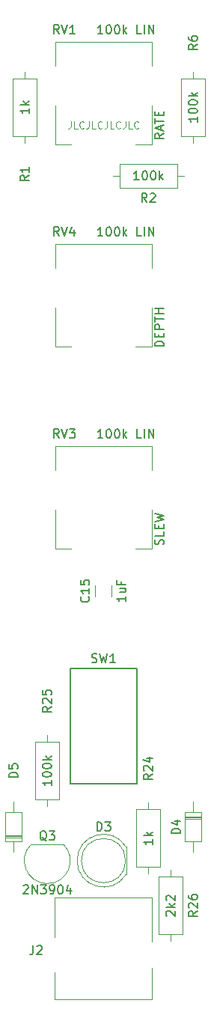
<source format=gbr>
%TF.GenerationSoftware,KiCad,Pcbnew,(6.0.5)*%
%TF.CreationDate,2023-02-15T12:36:22-05:00*%
%TF.ProjectId,wow_and_flutter,776f775f-616e-4645-9f66-6c7574746572,rev?*%
%TF.SameCoordinates,Original*%
%TF.FileFunction,Legend,Top*%
%TF.FilePolarity,Positive*%
%FSLAX46Y46*%
G04 Gerber Fmt 4.6, Leading zero omitted, Abs format (unit mm)*
G04 Created by KiCad (PCBNEW (6.0.5)) date 2023-02-15 12:36:22*
%MOMM*%
%LPD*%
G01*
G04 APERTURE LIST*
%ADD10C,0.120000*%
%ADD11C,0.150000*%
G04 APERTURE END LIST*
D10*
X136004761Y-44646904D02*
X136004761Y-45218333D01*
X135966666Y-45332619D01*
X135890476Y-45408809D01*
X135776190Y-45446904D01*
X135700000Y-45446904D01*
X136766666Y-45446904D02*
X136385714Y-45446904D01*
X136385714Y-44646904D01*
X137490476Y-45370714D02*
X137452380Y-45408809D01*
X137338095Y-45446904D01*
X137261904Y-45446904D01*
X137147619Y-45408809D01*
X137071428Y-45332619D01*
X137033333Y-45256428D01*
X136995238Y-45104047D01*
X136995238Y-44989761D01*
X137033333Y-44837380D01*
X137071428Y-44761190D01*
X137147619Y-44685000D01*
X137261904Y-44646904D01*
X137338095Y-44646904D01*
X137452380Y-44685000D01*
X137490476Y-44723095D01*
X138061904Y-44646904D02*
X138061904Y-45218333D01*
X138023809Y-45332619D01*
X137947619Y-45408809D01*
X137833333Y-45446904D01*
X137757142Y-45446904D01*
X138823809Y-45446904D02*
X138442857Y-45446904D01*
X138442857Y-44646904D01*
X139547619Y-45370714D02*
X139509523Y-45408809D01*
X139395238Y-45446904D01*
X139319047Y-45446904D01*
X139204761Y-45408809D01*
X139128571Y-45332619D01*
X139090476Y-45256428D01*
X139052380Y-45104047D01*
X139052380Y-44989761D01*
X139090476Y-44837380D01*
X139128571Y-44761190D01*
X139204761Y-44685000D01*
X139319047Y-44646904D01*
X139395238Y-44646904D01*
X139509523Y-44685000D01*
X139547619Y-44723095D01*
X140119047Y-44646904D02*
X140119047Y-45218333D01*
X140080952Y-45332619D01*
X140004761Y-45408809D01*
X139890476Y-45446904D01*
X139814285Y-45446904D01*
X140880952Y-45446904D02*
X140500000Y-45446904D01*
X140500000Y-44646904D01*
X141604761Y-45370714D02*
X141566666Y-45408809D01*
X141452380Y-45446904D01*
X141376190Y-45446904D01*
X141261904Y-45408809D01*
X141185714Y-45332619D01*
X141147619Y-45256428D01*
X141109523Y-45104047D01*
X141109523Y-44989761D01*
X141147619Y-44837380D01*
X141185714Y-44761190D01*
X141261904Y-44685000D01*
X141376190Y-44646904D01*
X141452380Y-44646904D01*
X141566666Y-44685000D01*
X141604761Y-44723095D01*
X142176190Y-44646904D02*
X142176190Y-45218333D01*
X142138095Y-45332619D01*
X142061904Y-45408809D01*
X141947619Y-45446904D01*
X141871428Y-45446904D01*
X142938095Y-45446904D02*
X142557142Y-45446904D01*
X142557142Y-44646904D01*
X143661904Y-45370714D02*
X143623809Y-45408809D01*
X143509523Y-45446904D01*
X143433333Y-45446904D01*
X143319047Y-45408809D01*
X143242857Y-45332619D01*
X143204761Y-45256428D01*
X143166666Y-45104047D01*
X143166666Y-44989761D01*
X143204761Y-44837380D01*
X143242857Y-44761190D01*
X143319047Y-44685000D01*
X143433333Y-44646904D01*
X143509523Y-44646904D01*
X143623809Y-44685000D01*
X143661904Y-44723095D01*
D11*
%TO.C,Q3*%
X133254761Y-126023619D02*
X133159523Y-125976000D01*
X133064285Y-125880761D01*
X132921428Y-125737904D01*
X132826190Y-125690285D01*
X132730952Y-125690285D01*
X132778571Y-125928380D02*
X132683333Y-125880761D01*
X132588095Y-125785523D01*
X132540476Y-125595047D01*
X132540476Y-125261714D01*
X132588095Y-125071238D01*
X132683333Y-124976000D01*
X132778571Y-124928380D01*
X132969047Y-124928380D01*
X133064285Y-124976000D01*
X133159523Y-125071238D01*
X133207142Y-125261714D01*
X133207142Y-125595047D01*
X133159523Y-125785523D01*
X133064285Y-125880761D01*
X132969047Y-125928380D01*
X132778571Y-125928380D01*
X133540476Y-124928380D02*
X134159523Y-124928380D01*
X133826190Y-125309333D01*
X133969047Y-125309333D01*
X134064285Y-125356952D01*
X134111904Y-125404571D01*
X134159523Y-125499809D01*
X134159523Y-125737904D01*
X134111904Y-125833142D01*
X134064285Y-125880761D01*
X133969047Y-125928380D01*
X133683333Y-125928380D01*
X133588095Y-125880761D01*
X133540476Y-125833142D01*
X130635714Y-131119619D02*
X130683333Y-131072000D01*
X130778571Y-131024380D01*
X131016666Y-131024380D01*
X131111904Y-131072000D01*
X131159523Y-131119619D01*
X131207142Y-131214857D01*
X131207142Y-131310095D01*
X131159523Y-131452952D01*
X130588095Y-132024380D01*
X131207142Y-132024380D01*
X131635714Y-132024380D02*
X131635714Y-131024380D01*
X132207142Y-132024380D01*
X132207142Y-131024380D01*
X132588095Y-131024380D02*
X133207142Y-131024380D01*
X132873809Y-131405333D01*
X133016666Y-131405333D01*
X133111904Y-131452952D01*
X133159523Y-131500571D01*
X133207142Y-131595809D01*
X133207142Y-131833904D01*
X133159523Y-131929142D01*
X133111904Y-131976761D01*
X133016666Y-132024380D01*
X132730952Y-132024380D01*
X132635714Y-131976761D01*
X132588095Y-131929142D01*
X133683333Y-132024380D02*
X133873809Y-132024380D01*
X133969047Y-131976761D01*
X134016666Y-131929142D01*
X134111904Y-131786285D01*
X134159523Y-131595809D01*
X134159523Y-131214857D01*
X134111904Y-131119619D01*
X134064285Y-131072000D01*
X133969047Y-131024380D01*
X133778571Y-131024380D01*
X133683333Y-131072000D01*
X133635714Y-131119619D01*
X133588095Y-131214857D01*
X133588095Y-131452952D01*
X133635714Y-131548190D01*
X133683333Y-131595809D01*
X133778571Y-131643428D01*
X133969047Y-131643428D01*
X134064285Y-131595809D01*
X134111904Y-131548190D01*
X134159523Y-131452952D01*
X134778571Y-131024380D02*
X134873809Y-131024380D01*
X134969047Y-131072000D01*
X135016666Y-131119619D01*
X135064285Y-131214857D01*
X135111904Y-131405333D01*
X135111904Y-131643428D01*
X135064285Y-131833904D01*
X135016666Y-131929142D01*
X134969047Y-131976761D01*
X134873809Y-132024380D01*
X134778571Y-132024380D01*
X134683333Y-131976761D01*
X134635714Y-131929142D01*
X134588095Y-131833904D01*
X134540476Y-131643428D01*
X134540476Y-131405333D01*
X134588095Y-131214857D01*
X134635714Y-131119619D01*
X134683333Y-131072000D01*
X134778571Y-131024380D01*
X135969047Y-131357714D02*
X135969047Y-132024380D01*
X135730952Y-130976761D02*
X135492857Y-131691047D01*
X136111904Y-131691047D01*
%TO.C,R1*%
X131262380Y-50770357D02*
X130786190Y-51103690D01*
X131262380Y-51341785D02*
X130262380Y-51341785D01*
X130262380Y-50960833D01*
X130310000Y-50865595D01*
X130357619Y-50817976D01*
X130452857Y-50770357D01*
X130595714Y-50770357D01*
X130690952Y-50817976D01*
X130738571Y-50865595D01*
X130786190Y-50960833D01*
X130786190Y-51341785D01*
X131262380Y-49817976D02*
X131262380Y-50389404D01*
X131262380Y-50103690D02*
X130262380Y-50103690D01*
X130405238Y-50198928D01*
X130500476Y-50294166D01*
X130548095Y-50389404D01*
X131262380Y-43179047D02*
X131262380Y-43750476D01*
X131262380Y-43464761D02*
X130262380Y-43464761D01*
X130405238Y-43560000D01*
X130500476Y-43655238D01*
X130548095Y-43750476D01*
X131262380Y-42750476D02*
X130262380Y-42750476D01*
X130881428Y-42655238D02*
X131262380Y-42369523D01*
X130595714Y-42369523D02*
X130976666Y-42750476D01*
%TO.C,R6*%
X150312380Y-35922976D02*
X149836190Y-36256309D01*
X150312380Y-36494404D02*
X149312380Y-36494404D01*
X149312380Y-36113452D01*
X149360000Y-36018214D01*
X149407619Y-35970595D01*
X149502857Y-35922976D01*
X149645714Y-35922976D01*
X149740952Y-35970595D01*
X149788571Y-36018214D01*
X149836190Y-36113452D01*
X149836190Y-36494404D01*
X149312380Y-35065833D02*
X149312380Y-35256309D01*
X149360000Y-35351547D01*
X149407619Y-35399166D01*
X149550476Y-35494404D01*
X149740952Y-35542023D01*
X150121904Y-35542023D01*
X150217142Y-35494404D01*
X150264761Y-35446785D01*
X150312380Y-35351547D01*
X150312380Y-35161071D01*
X150264761Y-35065833D01*
X150217142Y-35018214D01*
X150121904Y-34970595D01*
X149883809Y-34970595D01*
X149788571Y-35018214D01*
X149740952Y-35065833D01*
X149693333Y-35161071D01*
X149693333Y-35351547D01*
X149740952Y-35446785D01*
X149788571Y-35494404D01*
X149883809Y-35542023D01*
X150312380Y-44131428D02*
X150312380Y-44702857D01*
X150312380Y-44417142D02*
X149312380Y-44417142D01*
X149455238Y-44512380D01*
X149550476Y-44607619D01*
X149598095Y-44702857D01*
X149312380Y-43512380D02*
X149312380Y-43417142D01*
X149360000Y-43321904D01*
X149407619Y-43274285D01*
X149502857Y-43226666D01*
X149693333Y-43179047D01*
X149931428Y-43179047D01*
X150121904Y-43226666D01*
X150217142Y-43274285D01*
X150264761Y-43321904D01*
X150312380Y-43417142D01*
X150312380Y-43512380D01*
X150264761Y-43607619D01*
X150217142Y-43655238D01*
X150121904Y-43702857D01*
X149931428Y-43750476D01*
X149693333Y-43750476D01*
X149502857Y-43702857D01*
X149407619Y-43655238D01*
X149360000Y-43607619D01*
X149312380Y-43512380D01*
X149312380Y-42560000D02*
X149312380Y-42464761D01*
X149360000Y-42369523D01*
X149407619Y-42321904D01*
X149502857Y-42274285D01*
X149693333Y-42226666D01*
X149931428Y-42226666D01*
X150121904Y-42274285D01*
X150217142Y-42321904D01*
X150264761Y-42369523D01*
X150312380Y-42464761D01*
X150312380Y-42560000D01*
X150264761Y-42655238D01*
X150217142Y-42702857D01*
X150121904Y-42750476D01*
X149931428Y-42798095D01*
X149693333Y-42798095D01*
X149502857Y-42750476D01*
X149407619Y-42702857D01*
X149360000Y-42655238D01*
X149312380Y-42560000D01*
X150312380Y-41798095D02*
X149312380Y-41798095D01*
X149931428Y-41702857D02*
X150312380Y-41417142D01*
X149645714Y-41417142D02*
X150026666Y-41798095D01*
%TO.C,RV3*%
X134659761Y-80462380D02*
X134326428Y-79986190D01*
X134088333Y-80462380D02*
X134088333Y-79462380D01*
X134469285Y-79462380D01*
X134564523Y-79510000D01*
X134612142Y-79557619D01*
X134659761Y-79652857D01*
X134659761Y-79795714D01*
X134612142Y-79890952D01*
X134564523Y-79938571D01*
X134469285Y-79986190D01*
X134088333Y-79986190D01*
X134945476Y-79462380D02*
X135278809Y-80462380D01*
X135612142Y-79462380D01*
X135850238Y-79462380D02*
X136469285Y-79462380D01*
X136135952Y-79843333D01*
X136278809Y-79843333D01*
X136374047Y-79890952D01*
X136421666Y-79938571D01*
X136469285Y-80033809D01*
X136469285Y-80271904D01*
X136421666Y-80367142D01*
X136374047Y-80414761D01*
X136278809Y-80462380D01*
X135993095Y-80462380D01*
X135897857Y-80414761D01*
X135850238Y-80367142D01*
X139620952Y-80462380D02*
X139049523Y-80462380D01*
X139335238Y-80462380D02*
X139335238Y-79462380D01*
X139240000Y-79605238D01*
X139144761Y-79700476D01*
X139049523Y-79748095D01*
X140240000Y-79462380D02*
X140335238Y-79462380D01*
X140430476Y-79510000D01*
X140478095Y-79557619D01*
X140525714Y-79652857D01*
X140573333Y-79843333D01*
X140573333Y-80081428D01*
X140525714Y-80271904D01*
X140478095Y-80367142D01*
X140430476Y-80414761D01*
X140335238Y-80462380D01*
X140240000Y-80462380D01*
X140144761Y-80414761D01*
X140097142Y-80367142D01*
X140049523Y-80271904D01*
X140001904Y-80081428D01*
X140001904Y-79843333D01*
X140049523Y-79652857D01*
X140097142Y-79557619D01*
X140144761Y-79510000D01*
X140240000Y-79462380D01*
X141192380Y-79462380D02*
X141287619Y-79462380D01*
X141382857Y-79510000D01*
X141430476Y-79557619D01*
X141478095Y-79652857D01*
X141525714Y-79843333D01*
X141525714Y-80081428D01*
X141478095Y-80271904D01*
X141430476Y-80367142D01*
X141382857Y-80414761D01*
X141287619Y-80462380D01*
X141192380Y-80462380D01*
X141097142Y-80414761D01*
X141049523Y-80367142D01*
X141001904Y-80271904D01*
X140954285Y-80081428D01*
X140954285Y-79843333D01*
X141001904Y-79652857D01*
X141049523Y-79557619D01*
X141097142Y-79510000D01*
X141192380Y-79462380D01*
X141954285Y-80462380D02*
X141954285Y-79462380D01*
X142049523Y-80081428D02*
X142335238Y-80462380D01*
X142335238Y-79795714D02*
X141954285Y-80176666D01*
X144001904Y-80462380D02*
X143525714Y-80462380D01*
X143525714Y-79462380D01*
X144335238Y-80462380D02*
X144335238Y-79462380D01*
X144811428Y-80462380D02*
X144811428Y-79462380D01*
X145382857Y-80462380D01*
X145382857Y-79462380D01*
X146454761Y-92519285D02*
X146502380Y-92376428D01*
X146502380Y-92138333D01*
X146454761Y-92043095D01*
X146407142Y-91995476D01*
X146311904Y-91947857D01*
X146216666Y-91947857D01*
X146121428Y-91995476D01*
X146073809Y-92043095D01*
X146026190Y-92138333D01*
X145978571Y-92328809D01*
X145930952Y-92424047D01*
X145883333Y-92471666D01*
X145788095Y-92519285D01*
X145692857Y-92519285D01*
X145597619Y-92471666D01*
X145550000Y-92424047D01*
X145502380Y-92328809D01*
X145502380Y-92090714D01*
X145550000Y-91947857D01*
X146502380Y-91043095D02*
X146502380Y-91519285D01*
X145502380Y-91519285D01*
X145978571Y-90709761D02*
X145978571Y-90376428D01*
X146502380Y-90233571D02*
X146502380Y-90709761D01*
X145502380Y-90709761D01*
X145502380Y-90233571D01*
X145502380Y-89900238D02*
X146502380Y-89662142D01*
X145788095Y-89471666D01*
X146502380Y-89281190D01*
X145502380Y-89043095D01*
%TO.C,R26*%
X150312380Y-133992857D02*
X149836190Y-134326190D01*
X150312380Y-134564285D02*
X149312380Y-134564285D01*
X149312380Y-134183333D01*
X149360000Y-134088095D01*
X149407619Y-134040476D01*
X149502857Y-133992857D01*
X149645714Y-133992857D01*
X149740952Y-134040476D01*
X149788571Y-134088095D01*
X149836190Y-134183333D01*
X149836190Y-134564285D01*
X149407619Y-133611904D02*
X149360000Y-133564285D01*
X149312380Y-133469047D01*
X149312380Y-133230952D01*
X149360000Y-133135714D01*
X149407619Y-133088095D01*
X149502857Y-133040476D01*
X149598095Y-133040476D01*
X149740952Y-133088095D01*
X150312380Y-133659523D01*
X150312380Y-133040476D01*
X149312380Y-132183333D02*
X149312380Y-132373809D01*
X149360000Y-132469047D01*
X149407619Y-132516666D01*
X149550476Y-132611904D01*
X149740952Y-132659523D01*
X150121904Y-132659523D01*
X150217142Y-132611904D01*
X150264761Y-132564285D01*
X150312380Y-132469047D01*
X150312380Y-132278571D01*
X150264761Y-132183333D01*
X150217142Y-132135714D01*
X150121904Y-132088095D01*
X149883809Y-132088095D01*
X149788571Y-132135714D01*
X149740952Y-132183333D01*
X149693333Y-132278571D01*
X149693333Y-132469047D01*
X149740952Y-132564285D01*
X149788571Y-132611904D01*
X149883809Y-132659523D01*
X146867619Y-134516666D02*
X146820000Y-134469047D01*
X146772380Y-134373809D01*
X146772380Y-134135714D01*
X146820000Y-134040476D01*
X146867619Y-133992857D01*
X146962857Y-133945238D01*
X147058095Y-133945238D01*
X147200952Y-133992857D01*
X147772380Y-134564285D01*
X147772380Y-133945238D01*
X147772380Y-133516666D02*
X146772380Y-133516666D01*
X147391428Y-133421428D02*
X147772380Y-133135714D01*
X147105714Y-133135714D02*
X147486666Y-133516666D01*
X146867619Y-132754761D02*
X146820000Y-132707142D01*
X146772380Y-132611904D01*
X146772380Y-132373809D01*
X146820000Y-132278571D01*
X146867619Y-132230952D01*
X146962857Y-132183333D01*
X147058095Y-132183333D01*
X147200952Y-132230952D01*
X147772380Y-132802380D01*
X147772380Y-132183333D01*
%TO.C,C15*%
X138007142Y-98412857D02*
X138054761Y-98460476D01*
X138102380Y-98603333D01*
X138102380Y-98698571D01*
X138054761Y-98841428D01*
X137959523Y-98936666D01*
X137864285Y-98984285D01*
X137673809Y-99031904D01*
X137530952Y-99031904D01*
X137340476Y-98984285D01*
X137245238Y-98936666D01*
X137150000Y-98841428D01*
X137102380Y-98698571D01*
X137102380Y-98603333D01*
X137150000Y-98460476D01*
X137197619Y-98412857D01*
X138102380Y-97460476D02*
X138102380Y-98031904D01*
X138102380Y-97746190D02*
X137102380Y-97746190D01*
X137245238Y-97841428D01*
X137340476Y-97936666D01*
X137388095Y-98031904D01*
X137102380Y-96555714D02*
X137102380Y-97031904D01*
X137578571Y-97079523D01*
X137530952Y-97031904D01*
X137483333Y-96936666D01*
X137483333Y-96698571D01*
X137530952Y-96603333D01*
X137578571Y-96555714D01*
X137673809Y-96508095D01*
X137911904Y-96508095D01*
X138007142Y-96555714D01*
X138054761Y-96603333D01*
X138102380Y-96698571D01*
X138102380Y-96936666D01*
X138054761Y-97031904D01*
X138007142Y-97079523D01*
X142202380Y-98365238D02*
X142202380Y-98936666D01*
X142202380Y-98650952D02*
X141202380Y-98650952D01*
X141345238Y-98746190D01*
X141440476Y-98841428D01*
X141488095Y-98936666D01*
X141535714Y-97508095D02*
X142202380Y-97508095D01*
X141535714Y-97936666D02*
X142059523Y-97936666D01*
X142154761Y-97889047D01*
X142202380Y-97793809D01*
X142202380Y-97650952D01*
X142154761Y-97555714D01*
X142107142Y-97508095D01*
X141678571Y-96698571D02*
X141678571Y-97031904D01*
X142202380Y-97031904D02*
X141202380Y-97031904D01*
X141202380Y-96555714D01*
%TO.C,RV4*%
X134659761Y-57602380D02*
X134326428Y-57126190D01*
X134088333Y-57602380D02*
X134088333Y-56602380D01*
X134469285Y-56602380D01*
X134564523Y-56650000D01*
X134612142Y-56697619D01*
X134659761Y-56792857D01*
X134659761Y-56935714D01*
X134612142Y-57030952D01*
X134564523Y-57078571D01*
X134469285Y-57126190D01*
X134088333Y-57126190D01*
X134945476Y-56602380D02*
X135278809Y-57602380D01*
X135612142Y-56602380D01*
X136374047Y-56935714D02*
X136374047Y-57602380D01*
X136135952Y-56554761D02*
X135897857Y-57269047D01*
X136516904Y-57269047D01*
X139620952Y-57602380D02*
X139049523Y-57602380D01*
X139335238Y-57602380D02*
X139335238Y-56602380D01*
X139240000Y-56745238D01*
X139144761Y-56840476D01*
X139049523Y-56888095D01*
X140240000Y-56602380D02*
X140335238Y-56602380D01*
X140430476Y-56650000D01*
X140478095Y-56697619D01*
X140525714Y-56792857D01*
X140573333Y-56983333D01*
X140573333Y-57221428D01*
X140525714Y-57411904D01*
X140478095Y-57507142D01*
X140430476Y-57554761D01*
X140335238Y-57602380D01*
X140240000Y-57602380D01*
X140144761Y-57554761D01*
X140097142Y-57507142D01*
X140049523Y-57411904D01*
X140001904Y-57221428D01*
X140001904Y-56983333D01*
X140049523Y-56792857D01*
X140097142Y-56697619D01*
X140144761Y-56650000D01*
X140240000Y-56602380D01*
X141192380Y-56602380D02*
X141287619Y-56602380D01*
X141382857Y-56650000D01*
X141430476Y-56697619D01*
X141478095Y-56792857D01*
X141525714Y-56983333D01*
X141525714Y-57221428D01*
X141478095Y-57411904D01*
X141430476Y-57507142D01*
X141382857Y-57554761D01*
X141287619Y-57602380D01*
X141192380Y-57602380D01*
X141097142Y-57554761D01*
X141049523Y-57507142D01*
X141001904Y-57411904D01*
X140954285Y-57221428D01*
X140954285Y-56983333D01*
X141001904Y-56792857D01*
X141049523Y-56697619D01*
X141097142Y-56650000D01*
X141192380Y-56602380D01*
X141954285Y-57602380D02*
X141954285Y-56602380D01*
X142049523Y-57221428D02*
X142335238Y-57602380D01*
X142335238Y-56935714D02*
X141954285Y-57316666D01*
X144001904Y-57602380D02*
X143525714Y-57602380D01*
X143525714Y-56602380D01*
X144335238Y-57602380D02*
X144335238Y-56602380D01*
X144811428Y-57602380D02*
X144811428Y-56602380D01*
X145382857Y-57602380D01*
X145382857Y-56602380D01*
X146502380Y-70064047D02*
X145502380Y-70064047D01*
X145502380Y-69825952D01*
X145550000Y-69683095D01*
X145645238Y-69587857D01*
X145740476Y-69540238D01*
X145930952Y-69492619D01*
X146073809Y-69492619D01*
X146264285Y-69540238D01*
X146359523Y-69587857D01*
X146454761Y-69683095D01*
X146502380Y-69825952D01*
X146502380Y-70064047D01*
X145978571Y-69064047D02*
X145978571Y-68730714D01*
X146502380Y-68587857D02*
X146502380Y-69064047D01*
X145502380Y-69064047D01*
X145502380Y-68587857D01*
X146502380Y-68159285D02*
X145502380Y-68159285D01*
X145502380Y-67778333D01*
X145550000Y-67683095D01*
X145597619Y-67635476D01*
X145692857Y-67587857D01*
X145835714Y-67587857D01*
X145930952Y-67635476D01*
X145978571Y-67683095D01*
X146026190Y-67778333D01*
X146026190Y-68159285D01*
X145502380Y-67302142D02*
X145502380Y-66730714D01*
X146502380Y-67016428D02*
X145502380Y-67016428D01*
X146502380Y-66397380D02*
X145502380Y-66397380D01*
X145978571Y-66397380D02*
X145978571Y-65825952D01*
X146502380Y-65825952D02*
X145502380Y-65825952D01*
%TO.C,R25*%
X133802380Y-110852976D02*
X133326190Y-111186309D01*
X133802380Y-111424404D02*
X132802380Y-111424404D01*
X132802380Y-111043452D01*
X132850000Y-110948214D01*
X132897619Y-110900595D01*
X132992857Y-110852976D01*
X133135714Y-110852976D01*
X133230952Y-110900595D01*
X133278571Y-110948214D01*
X133326190Y-111043452D01*
X133326190Y-111424404D01*
X132897619Y-110472023D02*
X132850000Y-110424404D01*
X132802380Y-110329166D01*
X132802380Y-110091071D01*
X132850000Y-109995833D01*
X132897619Y-109948214D01*
X132992857Y-109900595D01*
X133088095Y-109900595D01*
X133230952Y-109948214D01*
X133802380Y-110519642D01*
X133802380Y-109900595D01*
X132802380Y-108995833D02*
X132802380Y-109472023D01*
X133278571Y-109519642D01*
X133230952Y-109472023D01*
X133183333Y-109376785D01*
X133183333Y-109138690D01*
X133230952Y-109043452D01*
X133278571Y-108995833D01*
X133373809Y-108948214D01*
X133611904Y-108948214D01*
X133707142Y-108995833D01*
X133754761Y-109043452D01*
X133802380Y-109138690D01*
X133802380Y-109376785D01*
X133754761Y-109472023D01*
X133707142Y-109519642D01*
X133802380Y-119181428D02*
X133802380Y-119752857D01*
X133802380Y-119467142D02*
X132802380Y-119467142D01*
X132945238Y-119562380D01*
X133040476Y-119657619D01*
X133088095Y-119752857D01*
X132802380Y-118562380D02*
X132802380Y-118467142D01*
X132850000Y-118371904D01*
X132897619Y-118324285D01*
X132992857Y-118276666D01*
X133183333Y-118229047D01*
X133421428Y-118229047D01*
X133611904Y-118276666D01*
X133707142Y-118324285D01*
X133754761Y-118371904D01*
X133802380Y-118467142D01*
X133802380Y-118562380D01*
X133754761Y-118657619D01*
X133707142Y-118705238D01*
X133611904Y-118752857D01*
X133421428Y-118800476D01*
X133183333Y-118800476D01*
X132992857Y-118752857D01*
X132897619Y-118705238D01*
X132850000Y-118657619D01*
X132802380Y-118562380D01*
X132802380Y-117610000D02*
X132802380Y-117514761D01*
X132850000Y-117419523D01*
X132897619Y-117371904D01*
X132992857Y-117324285D01*
X133183333Y-117276666D01*
X133421428Y-117276666D01*
X133611904Y-117324285D01*
X133707142Y-117371904D01*
X133754761Y-117419523D01*
X133802380Y-117514761D01*
X133802380Y-117610000D01*
X133754761Y-117705238D01*
X133707142Y-117752857D01*
X133611904Y-117800476D01*
X133421428Y-117848095D01*
X133183333Y-117848095D01*
X132992857Y-117800476D01*
X132897619Y-117752857D01*
X132850000Y-117705238D01*
X132802380Y-117610000D01*
X133802380Y-116848095D02*
X132802380Y-116848095D01*
X133421428Y-116752857D02*
X133802380Y-116467142D01*
X133135714Y-116467142D02*
X133516666Y-116848095D01*
%TO.C,D5*%
X129992380Y-118848095D02*
X128992380Y-118848095D01*
X128992380Y-118610000D01*
X129040000Y-118467142D01*
X129135238Y-118371904D01*
X129230476Y-118324285D01*
X129420952Y-118276666D01*
X129563809Y-118276666D01*
X129754285Y-118324285D01*
X129849523Y-118371904D01*
X129944761Y-118467142D01*
X129992380Y-118610000D01*
X129992380Y-118848095D01*
X128992380Y-117371904D02*
X128992380Y-117848095D01*
X129468571Y-117895714D01*
X129420952Y-117848095D01*
X129373333Y-117752857D01*
X129373333Y-117514761D01*
X129420952Y-117419523D01*
X129468571Y-117371904D01*
X129563809Y-117324285D01*
X129801904Y-117324285D01*
X129897142Y-117371904D01*
X129944761Y-117419523D01*
X129992380Y-117514761D01*
X129992380Y-117752857D01*
X129944761Y-117848095D01*
X129897142Y-117895714D01*
%TO.C,SW1*%
X138366666Y-105814761D02*
X138509523Y-105862380D01*
X138747619Y-105862380D01*
X138842857Y-105814761D01*
X138890476Y-105767142D01*
X138938095Y-105671904D01*
X138938095Y-105576666D01*
X138890476Y-105481428D01*
X138842857Y-105433809D01*
X138747619Y-105386190D01*
X138557142Y-105338571D01*
X138461904Y-105290952D01*
X138414285Y-105243333D01*
X138366666Y-105148095D01*
X138366666Y-105052857D01*
X138414285Y-104957619D01*
X138461904Y-104910000D01*
X138557142Y-104862380D01*
X138795238Y-104862380D01*
X138938095Y-104910000D01*
X139271428Y-104862380D02*
X139509523Y-105862380D01*
X139700000Y-105148095D01*
X139890476Y-105862380D01*
X140128571Y-104862380D01*
X141033333Y-105862380D02*
X140461904Y-105862380D01*
X140747619Y-105862380D02*
X140747619Y-104862380D01*
X140652380Y-105005238D01*
X140557142Y-105100476D01*
X140461904Y-105148095D01*
%TO.C,D3*%
X138961904Y-124912380D02*
X138961904Y-123912380D01*
X139200000Y-123912380D01*
X139342857Y-123960000D01*
X139438095Y-124055238D01*
X139485714Y-124150476D01*
X139533333Y-124340952D01*
X139533333Y-124483809D01*
X139485714Y-124674285D01*
X139438095Y-124769523D01*
X139342857Y-124864761D01*
X139200000Y-124912380D01*
X138961904Y-124912380D01*
X139866666Y-123912380D02*
X140485714Y-123912380D01*
X140152380Y-124293333D01*
X140295238Y-124293333D01*
X140390476Y-124340952D01*
X140438095Y-124388571D01*
X140485714Y-124483809D01*
X140485714Y-124721904D01*
X140438095Y-124817142D01*
X140390476Y-124864761D01*
X140295238Y-124912380D01*
X140009523Y-124912380D01*
X139914285Y-124864761D01*
X139866666Y-124817142D01*
%TO.C,J2*%
X131746666Y-137882380D02*
X131746666Y-138596666D01*
X131699047Y-138739523D01*
X131603809Y-138834761D01*
X131460952Y-138882380D01*
X131365714Y-138882380D01*
X132175238Y-137977619D02*
X132222857Y-137930000D01*
X132318095Y-137882380D01*
X132556190Y-137882380D01*
X132651428Y-137930000D01*
X132699047Y-137977619D01*
X132746666Y-138072857D01*
X132746666Y-138168095D01*
X132699047Y-138310952D01*
X132127619Y-138882380D01*
X132746666Y-138882380D01*
%TO.C,R24*%
X145232380Y-118472976D02*
X144756190Y-118806309D01*
X145232380Y-119044404D02*
X144232380Y-119044404D01*
X144232380Y-118663452D01*
X144280000Y-118568214D01*
X144327619Y-118520595D01*
X144422857Y-118472976D01*
X144565714Y-118472976D01*
X144660952Y-118520595D01*
X144708571Y-118568214D01*
X144756190Y-118663452D01*
X144756190Y-119044404D01*
X144327619Y-118092023D02*
X144280000Y-118044404D01*
X144232380Y-117949166D01*
X144232380Y-117711071D01*
X144280000Y-117615833D01*
X144327619Y-117568214D01*
X144422857Y-117520595D01*
X144518095Y-117520595D01*
X144660952Y-117568214D01*
X145232380Y-118139642D01*
X145232380Y-117520595D01*
X144565714Y-116663452D02*
X145232380Y-116663452D01*
X144184761Y-116901547D02*
X144899047Y-117139642D01*
X144899047Y-116520595D01*
X145232380Y-125849047D02*
X145232380Y-126420476D01*
X145232380Y-126134761D02*
X144232380Y-126134761D01*
X144375238Y-126230000D01*
X144470476Y-126325238D01*
X144518095Y-126420476D01*
X145232380Y-125420476D02*
X144232380Y-125420476D01*
X144851428Y-125325238D02*
X145232380Y-125039523D01*
X144565714Y-125039523D02*
X144946666Y-125420476D01*
%TO.C,D4*%
X148407380Y-125198095D02*
X147407380Y-125198095D01*
X147407380Y-124960000D01*
X147455000Y-124817142D01*
X147550238Y-124721904D01*
X147645476Y-124674285D01*
X147835952Y-124626666D01*
X147978809Y-124626666D01*
X148169285Y-124674285D01*
X148264523Y-124721904D01*
X148359761Y-124817142D01*
X148407380Y-124960000D01*
X148407380Y-125198095D01*
X147740714Y-123769523D02*
X148407380Y-123769523D01*
X147359761Y-124007619D02*
X148074047Y-124245714D01*
X148074047Y-123626666D01*
%TO.C,R2*%
X144613333Y-53792380D02*
X144280000Y-53316190D01*
X144041904Y-53792380D02*
X144041904Y-52792380D01*
X144422857Y-52792380D01*
X144518095Y-52840000D01*
X144565714Y-52887619D01*
X144613333Y-52982857D01*
X144613333Y-53125714D01*
X144565714Y-53220952D01*
X144518095Y-53268571D01*
X144422857Y-53316190D01*
X144041904Y-53316190D01*
X144994285Y-52887619D02*
X145041904Y-52840000D01*
X145137142Y-52792380D01*
X145375238Y-52792380D01*
X145470476Y-52840000D01*
X145518095Y-52887619D01*
X145565714Y-52982857D01*
X145565714Y-53078095D01*
X145518095Y-53220952D01*
X144946666Y-53792380D01*
X145565714Y-53792380D01*
X143708571Y-51252380D02*
X143137142Y-51252380D01*
X143422857Y-51252380D02*
X143422857Y-50252380D01*
X143327619Y-50395238D01*
X143232380Y-50490476D01*
X143137142Y-50538095D01*
X144327619Y-50252380D02*
X144422857Y-50252380D01*
X144518095Y-50300000D01*
X144565714Y-50347619D01*
X144613333Y-50442857D01*
X144660952Y-50633333D01*
X144660952Y-50871428D01*
X144613333Y-51061904D01*
X144565714Y-51157142D01*
X144518095Y-51204761D01*
X144422857Y-51252380D01*
X144327619Y-51252380D01*
X144232380Y-51204761D01*
X144184761Y-51157142D01*
X144137142Y-51061904D01*
X144089523Y-50871428D01*
X144089523Y-50633333D01*
X144137142Y-50442857D01*
X144184761Y-50347619D01*
X144232380Y-50300000D01*
X144327619Y-50252380D01*
X145280000Y-50252380D02*
X145375238Y-50252380D01*
X145470476Y-50300000D01*
X145518095Y-50347619D01*
X145565714Y-50442857D01*
X145613333Y-50633333D01*
X145613333Y-50871428D01*
X145565714Y-51061904D01*
X145518095Y-51157142D01*
X145470476Y-51204761D01*
X145375238Y-51252380D01*
X145280000Y-51252380D01*
X145184761Y-51204761D01*
X145137142Y-51157142D01*
X145089523Y-51061904D01*
X145041904Y-50871428D01*
X145041904Y-50633333D01*
X145089523Y-50442857D01*
X145137142Y-50347619D01*
X145184761Y-50300000D01*
X145280000Y-50252380D01*
X146041904Y-51252380D02*
X146041904Y-50252380D01*
X146137142Y-50871428D02*
X146422857Y-51252380D01*
X146422857Y-50585714D02*
X146041904Y-50966666D01*
%TO.C,RV1*%
X134659761Y-34742380D02*
X134326428Y-34266190D01*
X134088333Y-34742380D02*
X134088333Y-33742380D01*
X134469285Y-33742380D01*
X134564523Y-33790000D01*
X134612142Y-33837619D01*
X134659761Y-33932857D01*
X134659761Y-34075714D01*
X134612142Y-34170952D01*
X134564523Y-34218571D01*
X134469285Y-34266190D01*
X134088333Y-34266190D01*
X134945476Y-33742380D02*
X135278809Y-34742380D01*
X135612142Y-33742380D01*
X136469285Y-34742380D02*
X135897857Y-34742380D01*
X136183571Y-34742380D02*
X136183571Y-33742380D01*
X136088333Y-33885238D01*
X135993095Y-33980476D01*
X135897857Y-34028095D01*
X139620952Y-34742380D02*
X139049523Y-34742380D01*
X139335238Y-34742380D02*
X139335238Y-33742380D01*
X139240000Y-33885238D01*
X139144761Y-33980476D01*
X139049523Y-34028095D01*
X140240000Y-33742380D02*
X140335238Y-33742380D01*
X140430476Y-33790000D01*
X140478095Y-33837619D01*
X140525714Y-33932857D01*
X140573333Y-34123333D01*
X140573333Y-34361428D01*
X140525714Y-34551904D01*
X140478095Y-34647142D01*
X140430476Y-34694761D01*
X140335238Y-34742380D01*
X140240000Y-34742380D01*
X140144761Y-34694761D01*
X140097142Y-34647142D01*
X140049523Y-34551904D01*
X140001904Y-34361428D01*
X140001904Y-34123333D01*
X140049523Y-33932857D01*
X140097142Y-33837619D01*
X140144761Y-33790000D01*
X140240000Y-33742380D01*
X141192380Y-33742380D02*
X141287619Y-33742380D01*
X141382857Y-33790000D01*
X141430476Y-33837619D01*
X141478095Y-33932857D01*
X141525714Y-34123333D01*
X141525714Y-34361428D01*
X141478095Y-34551904D01*
X141430476Y-34647142D01*
X141382857Y-34694761D01*
X141287619Y-34742380D01*
X141192380Y-34742380D01*
X141097142Y-34694761D01*
X141049523Y-34647142D01*
X141001904Y-34551904D01*
X140954285Y-34361428D01*
X140954285Y-34123333D01*
X141001904Y-33932857D01*
X141049523Y-33837619D01*
X141097142Y-33790000D01*
X141192380Y-33742380D01*
X141954285Y-34742380D02*
X141954285Y-33742380D01*
X142049523Y-34361428D02*
X142335238Y-34742380D01*
X142335238Y-34075714D02*
X141954285Y-34456666D01*
X144001904Y-34742380D02*
X143525714Y-34742380D01*
X143525714Y-33742380D01*
X144335238Y-34742380D02*
X144335238Y-33742380D01*
X144811428Y-34742380D02*
X144811428Y-33742380D01*
X145382857Y-34742380D01*
X145382857Y-33742380D01*
X146502380Y-46037380D02*
X146026190Y-46370714D01*
X146502380Y-46608809D02*
X145502380Y-46608809D01*
X145502380Y-46227857D01*
X145550000Y-46132619D01*
X145597619Y-46085000D01*
X145692857Y-46037380D01*
X145835714Y-46037380D01*
X145930952Y-46085000D01*
X145978571Y-46132619D01*
X146026190Y-46227857D01*
X146026190Y-46608809D01*
X146216666Y-45656428D02*
X146216666Y-45180238D01*
X146502380Y-45751666D02*
X145502380Y-45418333D01*
X146502380Y-45085000D01*
X145502380Y-44894523D02*
X145502380Y-44323095D01*
X146502380Y-44608809D02*
X145502380Y-44608809D01*
X145978571Y-43989761D02*
X145978571Y-43656428D01*
X146502380Y-43513571D02*
X146502380Y-43989761D01*
X145502380Y-43989761D01*
X145502380Y-43513571D01*
D10*
%TO.C,Q3*%
X135150000Y-126420000D02*
X131550000Y-126420000D01*
X133350000Y-130870001D02*
G75*
G03*
X135188478Y-126431522I0J2600001D01*
G01*
X131511522Y-126431522D02*
G75*
G03*
X133350000Y-130870000I1838478J-1838478D01*
G01*
%TO.C,R1*%
X129440000Y-46330000D02*
X132180000Y-46330000D01*
X130810000Y-39020000D02*
X130810000Y-39790000D01*
X132180000Y-46330000D02*
X132180000Y-39790000D01*
X130810000Y-47100000D02*
X130810000Y-46330000D01*
X132180000Y-39790000D02*
X129440000Y-39790000D01*
X129440000Y-39790000D02*
X129440000Y-46330000D01*
%TO.C,R6*%
X151230000Y-46330000D02*
X151230000Y-39790000D01*
X151230000Y-39790000D02*
X148490000Y-39790000D01*
X149860000Y-39020000D02*
X149860000Y-39790000D01*
X148490000Y-46330000D02*
X151230000Y-46330000D01*
X148490000Y-39790000D02*
X148490000Y-46330000D01*
X149860000Y-47100000D02*
X149860000Y-46330000D01*
%TO.C,RV3*%
X136050000Y-92980000D02*
X134230000Y-92980000D01*
X145170000Y-92980000D02*
X143350000Y-92980000D01*
X145170000Y-81390000D02*
X134230000Y-81390000D01*
X145170000Y-81390000D02*
X145170000Y-84110000D01*
X134230000Y-81390000D02*
X134230000Y-84110000D01*
X145170000Y-88610000D02*
X145170000Y-92980000D01*
X134230000Y-88610000D02*
X134230000Y-92980000D01*
%TO.C,R26*%
X148690000Y-136620000D02*
X148690000Y-130080000D01*
X147320000Y-129310000D02*
X147320000Y-130080000D01*
X145950000Y-136620000D02*
X148690000Y-136620000D01*
X145950000Y-130080000D02*
X145950000Y-136620000D01*
X148690000Y-130080000D02*
X145950000Y-130080000D01*
X147320000Y-137390000D02*
X147320000Y-136620000D01*
%TO.C,C15*%
X140620000Y-98399000D02*
X140620000Y-97141000D01*
X138780000Y-98399000D02*
X138780000Y-97141000D01*
%TO.C,RV4*%
X134230000Y-65750000D02*
X134230000Y-70120000D01*
X136050000Y-70120000D02*
X134230000Y-70120000D01*
X145170000Y-58530000D02*
X145170000Y-61250000D01*
X145170000Y-58530000D02*
X134230000Y-58530000D01*
X134230000Y-58530000D02*
X134230000Y-61250000D01*
X145170000Y-65750000D02*
X145170000Y-70120000D01*
X145170000Y-70120000D02*
X143350000Y-70120000D01*
%TO.C,R25*%
X131980000Y-121380000D02*
X134720000Y-121380000D01*
X134720000Y-114840000D02*
X131980000Y-114840000D01*
X133350000Y-114070000D02*
X133350000Y-114840000D01*
X134720000Y-121380000D02*
X134720000Y-114840000D01*
X133350000Y-122150000D02*
X133350000Y-121380000D01*
X131980000Y-114840000D02*
X131980000Y-121380000D01*
%TO.C,D5*%
X129540000Y-127285000D02*
X129540000Y-126105000D01*
X128620000Y-125409000D02*
X130460000Y-125409000D01*
X129540000Y-121645000D02*
X129540000Y-122825000D01*
X128620000Y-125529000D02*
X130460000Y-125529000D01*
X128620000Y-122825000D02*
X128620000Y-126105000D01*
X130460000Y-122825000D02*
X128620000Y-122825000D01*
X128620000Y-126105000D02*
X130460000Y-126105000D01*
X130460000Y-126105000D02*
X130460000Y-122825000D01*
X128620000Y-125649000D02*
X130460000Y-125649000D01*
D11*
%TO.C,SW1*%
X143450000Y-106530000D02*
X135950000Y-106530000D01*
X143450000Y-119530000D02*
X143450000Y-106530000D01*
X135950000Y-119530000D02*
X143450000Y-119530000D01*
X135950000Y-106530000D02*
X135950000Y-119530000D01*
D10*
%TO.C,D3*%
X142260000Y-129815000D02*
X142260000Y-126725000D01*
X136710000Y-128269538D02*
G75*
G03*
X142260000Y-129814830I2990000J-462D01*
G01*
X142260000Y-126725170D02*
G75*
G03*
X136710000Y-128270462I-2560000J-1544830D01*
G01*
X142200000Y-128270000D02*
G75*
G03*
X142200000Y-128270000I-2500000J0D01*
G01*
%TO.C,J2*%
X134200000Y-136930000D02*
X134200000Y-132430000D01*
X134200000Y-143930000D02*
X134200000Y-140930000D01*
X145200000Y-132430000D02*
X145200000Y-137430000D01*
X145200000Y-140430000D02*
X145200000Y-143930000D01*
X134200000Y-132430000D02*
X145200000Y-132430000D01*
X145200000Y-143930000D02*
X134200000Y-143930000D01*
%TO.C,R24*%
X144780000Y-129770000D02*
X144780000Y-129000000D01*
X146150000Y-129000000D02*
X146150000Y-122460000D01*
X143410000Y-122460000D02*
X143410000Y-129000000D01*
X144780000Y-121690000D02*
X144780000Y-122460000D01*
X146150000Y-122460000D02*
X143410000Y-122460000D01*
X143410000Y-129000000D02*
X146150000Y-129000000D01*
%TO.C,D4*%
X150780000Y-123396000D02*
X148940000Y-123396000D01*
X150780000Y-122820000D02*
X148940000Y-122820000D01*
X150780000Y-123276000D02*
X148940000Y-123276000D01*
X149860000Y-127280000D02*
X149860000Y-126100000D01*
X150780000Y-126100000D02*
X150780000Y-122820000D01*
X148940000Y-126100000D02*
X150780000Y-126100000D01*
X149860000Y-121640000D02*
X149860000Y-122820000D01*
X148940000Y-122820000D02*
X148940000Y-126100000D01*
X150780000Y-123516000D02*
X148940000Y-123516000D01*
%TO.C,R2*%
X141510000Y-52170000D02*
X148050000Y-52170000D01*
X148820000Y-50800000D02*
X148050000Y-50800000D01*
X148050000Y-52170000D02*
X148050000Y-49430000D01*
X141510000Y-49430000D02*
X141510000Y-52170000D01*
X148050000Y-49430000D02*
X141510000Y-49430000D01*
X140740000Y-50800000D02*
X141510000Y-50800000D01*
%TO.C,RV1*%
X145170000Y-42890000D02*
X145170000Y-47260000D01*
X145170000Y-47260000D02*
X143350000Y-47260000D01*
X134230000Y-35670000D02*
X134230000Y-38390000D01*
X145170000Y-35670000D02*
X134230000Y-35670000D01*
X145170000Y-35670000D02*
X145170000Y-38390000D01*
X134230000Y-42890000D02*
X134230000Y-47260000D01*
X136050000Y-47260000D02*
X134230000Y-47260000D01*
%TD*%
M02*

</source>
